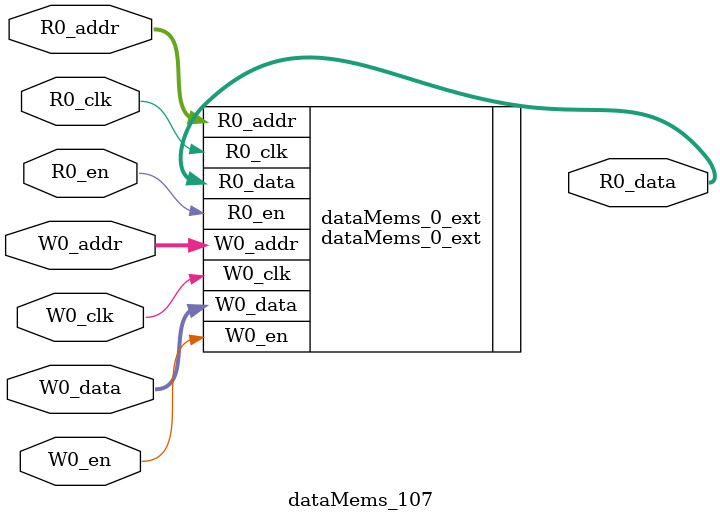
<source format=sv>
`ifndef RANDOMIZE
  `ifdef RANDOMIZE_REG_INIT
    `define RANDOMIZE
  `endif // RANDOMIZE_REG_INIT
`endif // not def RANDOMIZE
`ifndef RANDOMIZE
  `ifdef RANDOMIZE_MEM_INIT
    `define RANDOMIZE
  `endif // RANDOMIZE_MEM_INIT
`endif // not def RANDOMIZE

`ifndef RANDOM
  `define RANDOM $random
`endif // not def RANDOM

// Users can define 'PRINTF_COND' to add an extra gate to prints.
`ifndef PRINTF_COND_
  `ifdef PRINTF_COND
    `define PRINTF_COND_ (`PRINTF_COND)
  `else  // PRINTF_COND
    `define PRINTF_COND_ 1
  `endif // PRINTF_COND
`endif // not def PRINTF_COND_

// Users can define 'ASSERT_VERBOSE_COND' to add an extra gate to assert error printing.
`ifndef ASSERT_VERBOSE_COND_
  `ifdef ASSERT_VERBOSE_COND
    `define ASSERT_VERBOSE_COND_ (`ASSERT_VERBOSE_COND)
  `else  // ASSERT_VERBOSE_COND
    `define ASSERT_VERBOSE_COND_ 1
  `endif // ASSERT_VERBOSE_COND
`endif // not def ASSERT_VERBOSE_COND_

// Users can define 'STOP_COND' to add an extra gate to stop conditions.
`ifndef STOP_COND_
  `ifdef STOP_COND
    `define STOP_COND_ (`STOP_COND)
  `else  // STOP_COND
    `define STOP_COND_ 1
  `endif // STOP_COND
`endif // not def STOP_COND_

// Users can define INIT_RANDOM as general code that gets injected into the
// initializer block for modules with registers.
`ifndef INIT_RANDOM
  `define INIT_RANDOM
`endif // not def INIT_RANDOM

// If using random initialization, you can also define RANDOMIZE_DELAY to
// customize the delay used, otherwise 0.002 is used.
`ifndef RANDOMIZE_DELAY
  `define RANDOMIZE_DELAY 0.002
`endif // not def RANDOMIZE_DELAY

// Define INIT_RANDOM_PROLOG_ for use in our modules below.
`ifndef INIT_RANDOM_PROLOG_
  `ifdef RANDOMIZE
    `ifdef VERILATOR
      `define INIT_RANDOM_PROLOG_ `INIT_RANDOM
    `else  // VERILATOR
      `define INIT_RANDOM_PROLOG_ `INIT_RANDOM #`RANDOMIZE_DELAY begin end
    `endif // VERILATOR
  `else  // RANDOMIZE
    `define INIT_RANDOM_PROLOG_
  `endif // RANDOMIZE
`endif // not def INIT_RANDOM_PROLOG_

// Include register initializers in init blocks unless synthesis is set
`ifndef SYNTHESIS
  `ifndef ENABLE_INITIAL_REG_
    `define ENABLE_INITIAL_REG_
  `endif // not def ENABLE_INITIAL_REG_
`endif // not def SYNTHESIS

// Include rmemory initializers in init blocks unless synthesis is set
`ifndef SYNTHESIS
  `ifndef ENABLE_INITIAL_MEM_
    `define ENABLE_INITIAL_MEM_
  `endif // not def ENABLE_INITIAL_MEM_
`endif // not def SYNTHESIS

module dataMems_107(	// @[generators/ara/src/main/scala/UnsafeAXI4ToTL.scala:365:62]
  input  [4:0]   R0_addr,
  input          R0_en,
  input          R0_clk,
  output [130:0] R0_data,
  input  [4:0]   W0_addr,
  input          W0_en,
  input          W0_clk,
  input  [130:0] W0_data
);

  dataMems_0_ext dataMems_0_ext (	// @[generators/ara/src/main/scala/UnsafeAXI4ToTL.scala:365:62]
    .R0_addr (R0_addr),
    .R0_en   (R0_en),
    .R0_clk  (R0_clk),
    .R0_data (R0_data),
    .W0_addr (W0_addr),
    .W0_en   (W0_en),
    .W0_clk  (W0_clk),
    .W0_data (W0_data)
  );
endmodule


</source>
